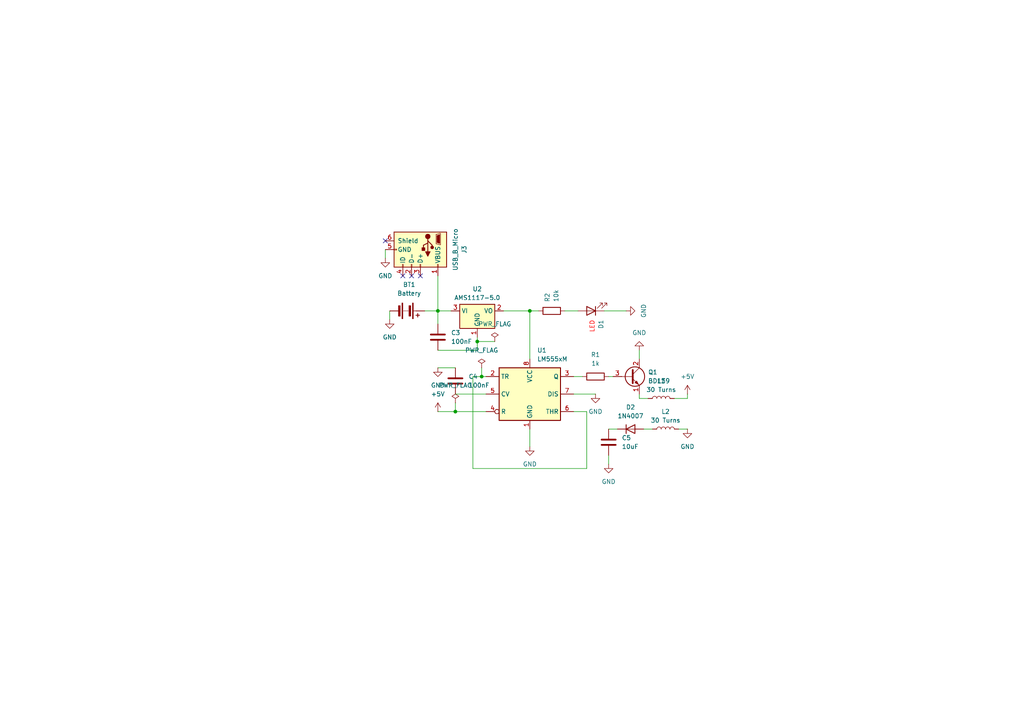
<source format=kicad_sch>
(kicad_sch (version 20250114) (generator "eeschema") (generator_version "9.0")
  (paper "A4")
  (lib_symbols
    (symbol "Connector:USB_B_Micro" (pin_names (offset 1.016))
      (property "Reference" "J" (at -5.08 11.43 0))
      (property "Value" "USB_B_Micro" (at -5.08 8.89 0))
      (symbol "USB_B_Micro_0_1"
        (rectangle (start -5.08 -7.62) (end 5.08 7.62) (stroke (width 0.254)) (fill (type background)))
        (polyline (pts (xy -4.699 5.842) (xy -4.699 5.588) (xy -4.445 4.826) (xy -4.445 4.572) (xy -1.651 4.572) (xy -1.651 4.826) (xy -1.397 5.588) (xy -1.397 5.842) (xy -4.699 5.842)))
        (polyline (pts (xy -4.318 5.588) (xy -1.778 5.588) (xy -2.032 4.826) (xy -4.064 4.826) (xy -4.318 5.588)) (fill (type outline)))
        (circle (center -3.81 2.159) (radius 0.635) (stroke (width 0.254)) (fill (type outline)))
        (polyline (pts (xy -3.175 2.159) (xy -2.54 2.159) (xy -1.27 3.429) (xy -0.635 3.429)) (stroke (width 0.254)))
        (polyline (pts (xy -2.54 2.159) (xy -1.905 2.159) (xy -1.27 0.889) (xy 0 0.889)) (stroke (width 0.254)))
        (polyline (pts (xy -1.905 2.159) (xy 0.635 2.159)) (stroke (width 0.254)))
        (circle (center -0.635 3.429) (radius 0.381) (stroke (width 0.254)) (fill (type outline)))
        (rectangle (start -0.127 -7.62) (end 0.127 -6.858))
        (rectangle (start 0.254 1.27) (end -0.508 0.508) (stroke (width 0.254)) (fill (type outline)))
        (polyline (pts (xy 0.635 2.794) (xy 0.635 1.524) (xy 1.905 2.159) (xy 0.635 2.794)) (stroke (width 0.254)) (fill (type outline)))
        (rectangle (start 5.08 4.953) (end 4.318 5.207))
        (rectangle (start 5.08 -0.127) (end 4.318 0.127))
        (rectangle (start 5.08 -2.667) (end 4.318 -2.413))
        (rectangle (start 5.08 -5.207) (end 4.318 -4.953))
      )
      (symbol "USB_B_Micro_1_1"
        (pin passive line (at -2.54 -10.16 90) (length 2.54) (name "Shield") (number "6"))
        (pin power_out line (at 0 -10.16 90) (length 2.54) (name "GND") (number "5"))
        (pin power_out line (at 7.62 5.08 180) (length 2.54) (name "VBUS") (number "1"))
        (pin bidirectional line (at 7.62 0 180) (length 2.54) (name "D+") (number "3"))
        (pin bidirectional line (at 7.62 -2.54 180) (length 2.54) (name "D-") (number "2"))
        (pin passive line (at 7.62 -5.08 180) (length 2.54) (name "ID") (number "4"))
      )
    )
    (symbol "Device:Battery" (pin_numbers (hide yes)) (pin_names (offset 0) (hide yes))
      (property "Reference" "BT" (at 2.54 2.54 0))
      (property "Value" "Battery" (at 2.54 0 0))
      (symbol "Battery_0_1"
        (rectangle (start -2.286 1.778) (end 2.286 1.524) (fill (type outline)))
        (rectangle (start -2.286 -1.27) (end 2.286 -1.524) (fill (type outline)))
        (rectangle (start -1.524 1.016) (end 1.524 0.508) (fill (type outline)))
        (rectangle (start -1.524 -2.032) (end 1.524 -2.54) (fill (type outline)))
        (polyline (pts (xy 0 1.778) (xy 0 2.54)))
        (polyline (pts (xy 0 0) (xy 0 0.254)))
        (polyline (pts (xy 0 -0.508) (xy 0 -0.254)))
        (polyline (pts (xy 0 -1.016) (xy 0 -0.762)))
        (polyline (pts (xy 0.762 3.048) (xy 1.778 3.048)) (stroke (width 0.254)))
        (polyline (pts (xy 1.27 3.556) (xy 1.27 2.54)) (stroke (width 0.254)))
      )
      (symbol "Battery_1_1"
        (pin passive line (at 0 5.08 270) (length 2.54) (name "+") (number "1"))
        (pin passive line (at 0 -5.08 90) (length 2.54) (name "-") (number "2"))
      )
    )
    (symbol "Device:C" (pin_numbers (hide yes)) (pin_names (offset 0.254))
      (property "Reference" "C" (at 0.635 2.54 0))
      (property "Value" "C" (at 0.635 -2.54 0))
      (symbol "C_0_1"
        (polyline (pts (xy -2.032 0.762) (xy 2.032 0.762)) (stroke (width 0.508)))
        (polyline (pts (xy -2.032 -0.762) (xy 2.032 -0.762)) (stroke (width 0.508)))
      )
      (symbol "C_1_1"
        (pin passive line (at 0 3.81 270) (length 2.794) (name "~") (number "1"))
        (pin passive line (at 0 -3.81 90) (length 2.794) (name "~") (number "2"))
      )
    )
    (symbol "Device:L" (pin_numbers (hide yes)) (pin_names (offset 1.016) (hide yes))
      (property "Reference" "L" (at -1.27 0 90))
      (property "Value" "L" (at 1.905 0 90))
      (symbol "L_0_1"
        (arc (start 0 2.54) (mid 0.6323 1.905) (end 0 1.27))
        (arc (start 0 1.27) (mid 0.6323 0.635) (end 0 0))
        (arc (start 0 0) (mid 0.6323 -0.635) (end 0 -1.27))
        (arc (start 0 -1.27) (mid 0.6323 -1.905) (end 0 -2.54))
      )
      (symbol "L_1_1"
        (pin passive line (at 0 3.81 270) (length 1.27) (name "1") (number "1"))
        (pin passive line (at 0 -3.81 90) (length 1.27) (name "2") (number "2"))
      )
    )
    (symbol "Device:LED" (pin_numbers (hide yes)) (pin_names (offset 1.016) (hide yes))
      (property "Reference" "D" (at 0 2.54 0))
      (property "Value" "LED" (at 0 -2.54 0))
      (symbol "LED_0_1"
        (polyline (pts (xy -3.048 -0.762) (xy -4.572 -2.286) (xy -3.81 -2.286) (xy -4.572 -2.286) (xy -4.572 -1.524)))
        (polyline (pts (xy -1.778 -0.762) (xy -3.302 -2.286) (xy -2.54 -2.286) (xy -3.302 -2.286) (xy -3.302 -1.524)))
        (polyline (pts (xy -1.27 0) (xy 1.27 0)))
        (polyline (pts (xy -1.27 -1.27) (xy -1.27 1.27)) (stroke (width 0.254)))
        (polyline (pts (xy 1.27 -1.27) (xy 1.27 1.27) (xy -1.27 0) (xy 1.27 -1.27)) (stroke (width 0.254)))
      )
      (symbol "LED_1_1"
        (pin passive line (at -3.81 0 0) (length 2.54) (name "K") (number "1"))
        (pin passive line (at 3.81 0 180) (length 2.54) (name "A") (number "2"))
      )
    )
    (symbol "Device:R" (pin_numbers (hide yes)) (pin_names (offset 0))
      (property "Reference" "R" (at 2.032 0 90))
      (property "Value" "R" (at 0 0 90))
      (symbol "R_0_1"
        (rectangle (start -1.016 -2.54) (end 1.016 2.54) (stroke (width 0.254)))
      )
      (symbol "R_1_1"
        (pin passive line (at 0 3.81 270) (length 1.27) (name "~") (number "1"))
        (pin passive line (at 0 -3.81 90) (length 1.27) (name "~") (number "2"))
      )
    )
    (symbol "Diode:1N4007" (pin_numbers (hide yes)) (pin_names (hide yes))
      (property "Reference" "D" (at 0 2.54 0))
      (property "Value" "1N4007" (at 0 -2.54 0))
      (symbol "1N4007_0_1"
        (polyline (pts (xy -1.27 1.27) (xy -1.27 -1.27)) (stroke (width 0.254)))
        (polyline (pts (xy 1.27 1.27) (xy 1.27 -1.27) (xy -1.27 0) (xy 1.27 1.27)) (stroke (width 0.254)))
        (polyline (pts (xy 1.27 0) (xy -1.27 0)))
      )
      (symbol "1N4007_1_1"
        (pin passive line (at -3.81 0 0) (length 2.54) (name "K") (number "1"))
        (pin passive line (at 3.81 0 180) (length 2.54) (name "A") (number "2"))
      )
    )
    (symbol "Regulator_Linear:AMS1117-5.0"
      (property "Reference" "U" (at -3.81 3.175 0))
      (property "Value" "AMS1117-5.0" (at 0 3.175 0))
      (symbol "AMS1117-5.0_0_1"
        (rectangle (start -5.08 -5.08) (end 5.08 1.905) (stroke (width 0.254)) (fill (type background)))
      )
      (symbol "AMS1117-5.0_1_1"
        (pin power_in line (at -7.62 0 0) (length 2.54) (name "VI") (number "3"))
        (pin power_in line (at 0 -7.62 90) (length 2.54) (name "GND") (number "1"))
        (pin power_out line (at 7.62 0 180) (length 2.54) (name "VO") (number "2"))
      )
    )
    (symbol "Timer:LM555xM"
      (property "Reference" "U" (at -10.16 8.89 0))
      (property "Value" "LM555xM" (at 2.54 8.89 0))
      (symbol "LM555xM_0_0"
        (pin power_in line (at 0 10.16 270) (length 2.54) (name "VCC") (number "8"))
        (pin power_in line (at 0 -10.16 90) (length 2.54) (name "GND") (number "1"))
      )
      (symbol "LM555xM_0_1"
        (rectangle (start -8.89 -7.62) (end 8.89 7.62) (stroke (width 0.254)) (fill (type background)))
        (rectangle (start -8.89 -7.62) (end 8.89 7.62) (stroke (width 0.254)) (fill (type background)))
      )
      (symbol "LM555xM_1_1"
        (pin input line (at -12.7 5.08 0) (length 3.81) (name "TR") (number "2"))
        (pin input line (at -12.7 0 0) (length 3.81) (name "CV") (number "5"))
        (pin input inverted (at -12.7 -5.08 0) (length 3.81) (name "R") (number "4"))
        (pin output line (at 12.7 5.08 180) (length 3.81) (name "Q") (number "3"))
        (pin input line (at 12.7 0 180) (length 3.81) (name "DIS") (number "7"))
        (pin input line (at 12.7 -5.08 180) (length 3.81) (name "THR") (number "6"))
      )
    )
    (symbol "Transistor_BJT:BD139" (pin_names (offset 0) (hide yes))
      (property "Reference" "Q" (at 5.08 1.905 0))
      (property "Value" "BD139" (at 5.08 0 0))
      (symbol "BD139_0_1"
        (polyline (pts (xy -2.54 0) (xy 0.635 0)))
        (polyline (pts (xy 0.635 1.905) (xy 0.635 -1.905)) (stroke (width 0.508)))
        (circle (center 1.27 0) (radius 2.8194) (stroke (width 0.254)))
      )
      (symbol "BD139_1_1"
        (polyline (pts (xy 0.635 0.635) (xy 2.54 2.54)))
        (polyline (pts (xy 0.635 -0.635) (xy 2.54 -2.54)))
        (polyline (pts (xy 1.27 -1.778) (xy 1.778 -1.27) (xy 2.286 -2.286) (xy 1.27 -1.778)) (fill (type outline)))
        (pin input line (at -5.08 0 0) (length 2.54) (name "B") (number "3"))
        (pin passive line (at 2.54 5.08 270) (length 2.54) (name "C") (number "2"))
        (pin passive line (at 2.54 -5.08 90) (length 2.54) (name "E") (number "1"))
      )
    )
    (symbol "power:+5V" (power) (pin_numbers (hide yes)) (pin_names (offset 0) (hide yes))
      (property "Value" "+5V" (at 0 3.556 0))
      (symbol "+5V_0_1"
        (polyline (pts (xy -0.762 1.27) (xy 0 2.54)))
        (polyline (pts (xy 0 2.54) (xy 0.762 1.27)))
        (polyline (pts (xy 0 0) (xy 0 2.54)))
      )
      (symbol "+5V_1_1"
        (pin power_in line (at 0 0 90) (length 0) (name "~") (number "1"))
      )
    )
    (symbol "power:GND" (power) (pin_numbers (hide yes)) (pin_names (offset 0) (hide yes))
      (property "Value" "GND" (at 0 -3.81 0))
      (symbol "GND_0_1"
        (polyline (pts (xy 0 0) (xy 0 -1.27) (xy 1.27 -1.27) (xy 0 -2.54) (xy -1.27 -1.27) (xy 0 -1.27)))
      )
      (symbol "GND_1_1"
        (pin power_in line (at 0 0 270) (length 0) (name "~") (number "1"))
      )
    )
    (symbol "power:PWR_FLAG" (power) (pin_numbers (hide yes)) (pin_names (offset 0) (hide yes))
      (property "Value" "PWR_FLAG" (at 0 3.81 0))
      (symbol "PWR_FLAG_0_0"
        (pin power_out line (at 0 0 90) (length 0) (name "~") (number "1"))
      )
      (symbol "PWR_FLAG_0_1"
        (polyline (pts (xy 0 0) (xy 0 1.27) (xy -1.016 1.905) (xy 0 2.54) (xy 1.016 1.905) (xy 0 1.27)))
      )
    )
  )
  (junction (at 132.08 119.38))
  (junction (at 138.43 99.06))
  (junction (at 139.7 109.22))
  (junction (at 127 90.17))
  (junction (at 153.67 90.17))
  (no_connect (at 119.38 80.01))
  (no_connect (at 111.76 69.85))
  (no_connect (at 121.92 80.01))
  (no_connect (at 116.84 80.01))
  (wire (pts (xy 127 119.38) (xy 132.08 119.38)))
  (wire (pts (xy 196.85 124.46) (xy 199.39 124.46)))
  (wire (pts (xy 181.61 90.17) (xy 175.26 90.17)))
  (wire (pts (xy 185.42 115.57) (xy 187.96 115.57)))
  (wire (pts (xy 166.37 109.22) (xy 168.91 109.22)))
  (wire (pts (xy 123.19 90.17) (xy 127 90.17)))
  (wire (pts (xy 127 90.17) (xy 130.81 90.17)))
  (wire (pts (xy 185.42 114.3) (xy 185.42 115.57)))
  (wire (pts (xy 176.53 124.46) (xy 179.07 124.46)))
  (wire (pts (xy 166.37 114.3) (xy 172.72 114.3)))
  (wire (pts (xy 138.43 99.06) (xy 138.43 97.79)))
  (wire (pts (xy 139.7 109.22) (xy 137.16 109.22)))
  (wire (pts (xy 195.58 115.57) (xy 199.39 115.57)))
  (wire (pts (xy 139.7 106.68) (xy 139.7 109.22)))
  (wire (pts (xy 176.53 132.08) (xy 176.53 134.62)))
  (wire (pts (xy 199.39 115.57) (xy 199.39 114.3)))
  (wire (pts (xy 163.83 90.17) (xy 167.64 90.17)))
  (wire (pts (xy 138.43 101.6) (xy 138.43 99.06)))
  (wire (pts (xy 132.08 116.84) (xy 132.08 119.38)))
  (wire (pts (xy 140.97 109.22) (xy 139.7 109.22)))
  (wire (pts (xy 146.05 90.17) (xy 153.67 90.17)))
  (wire (pts (xy 127 80.01) (xy 127 90.17)))
  (wire (pts (xy 111.76 74.93) (xy 111.76 72.39)))
  (wire (pts (xy 137.16 135.89) (xy 170.18 135.89)))
  (wire (pts (xy 132.08 114.3) (xy 140.97 114.3)))
  (wire (pts (xy 127 106.68) (xy 132.08 106.68)))
  (wire (pts (xy 176.53 109.22) (xy 177.8 109.22)))
  (wire (pts (xy 186.69 124.46) (xy 189.23 124.46)))
  (wire (pts (xy 153.67 90.17) (xy 153.67 104.14)))
  (wire (pts (xy 127 101.6) (xy 138.43 101.6)))
  (wire (pts (xy 127 90.17) (xy 127 93.98)))
  (wire (pts (xy 138.43 99.06) (xy 143.51 99.06)))
  (wire (pts (xy 113.03 90.17) (xy 113.03 92.71)))
  (wire (pts (xy 137.16 109.22) (xy 137.16 135.89)))
  (wire (pts (xy 132.08 119.38) (xy 140.97 119.38)))
  (wire (pts (xy 153.67 124.46) (xy 153.67 129.54)))
  (wire (pts (xy 185.42 101.6) (xy 185.42 104.14)))
  (wire (pts (xy 170.18 135.89) (xy 170.18 119.38)))
  (wire (pts (xy 170.18 119.38) (xy 166.37 119.38)))
  (wire (pts (xy 153.67 90.17) (xy 156.21 90.17)))
  (symbol (lib_id "Device:C") (at 176.53 128.27 0) (unit 1)
    (property "Reference" "C5" (at 180.34 126.9999 0) (effects (justify left)))
    (property "Value" "10uF" (at 180.34 129.5399 0) (effects (justify left)))
    (property "Footprint" "Capacitor_SMD:C_Trimmer_Murata_TZW4" (effects (hide yes)))
    (property "Description" "Unpolarized capacitor" (effects (hide yes)))
  )
  (symbol (lib_id "Timer:LM555xM") (at 153.67 114.3 0) (unit 1)
    (property "Reference" "U1" (at 155.8133 101.6 0) (effects (justify left)))
    (property "Value" "LM555xM" (at 155.8133 104.14 0) (effects (justify left)))
    (property "Footprint" "Package_SO:SOIC-8_3.9x4.9mm_P1.27mm" (effects (hide yes)))
    (property "Datasheet" "http://www.ti.com/lit/ds/symlink/lm555.pdf" (effects (hide yes)))
    (property "Description" "Timer, 555 compatible, SOIC-8" (effects (hide yes)))
  )
  (symbol (lib_id "Device:L") (at 193.04 124.46 90) (unit 1)
    (property "Reference" "L2" (at 193.04 119.38 90))
    (property "Value" "30 Turns" (at 193.04 121.92 90))
    (property "Footprint" "XL6009:Wireless_Coil_30Turns" (effects (hide yes)))
    (property "Description" "Inductor" (effects (hide yes)))
  )
  (symbol (lib_id "power:PWR_FLAG") (at 143.51 99.06 0) (unit 1)
    (property "Reference" "#FLG03" (effects (hide yes)))
    (property "Value" "PWR_FLAG" (at 143.51 93.98 0))
    (property "Description" "Special symbol for telling ERC where power comes from" (effects (hide yes)))
  )
  (symbol (lib_id "Device:C") (at 127 97.79 0) (unit 1)
    (property "Reference" "C3" (at 130.81 96.5199 0) (effects (justify left)))
    (property "Value" "100nF" (at 130.81 99.0599 0) (effects (justify left)))
    (property "Footprint" "Capacitor_SMD:C_Trimmer_Murata_TZW4" (effects (hide yes)))
    (property "Description" "Unpolarized capacitor" (effects (hide yes)))
  )
  (symbol (lib_id "power:+5V") (at 199.39 114.3 0) (unit 1)
    (property "Reference" "#PWR07" (effects (hide yes)))
    (property "Value" "+5V" (at 199.39 109.22 0))
    (property "Description" "Power symbol creates a global label with name \"+5V\"" (effects (hide yes)))
  )
  (symbol (lib_id "power:GND") (at 176.53 134.62 0) (unit 1)
    (property "Reference" "#PWR09" (effects (hide yes)))
    (property "Value" "GND" (at 176.53 139.7 0))
    (property "Description" "Power symbol creates a global label with name \"GND\" , ground" (effects (hide yes)))
  )
  (symbol (lib_id "Transistor_BJT:BD139") (at 182.88 109.22 0) (unit 1)
    (property "Reference" "Q1" (at 187.96 107.9499 0) (effects (justify left)))
    (property "Value" "BD139" (at 187.96 110.4899 0) (effects (justify left)))
    (property "Footprint" "Package_TO_SOT_THT:TO-126-3_Vertical" (effects (hide yes)))
    (property "Datasheet" "http://www.st.com/internet/com/TECHNICAL_RESOURCES/TECHNICAL_LITERATURE/DATASHEET/CD00001225.pdf" (effects (hide yes)))
    (property "Description" "1.5A Ic, 80V Vce, Low Voltage Transistor, TO-126" (effects (hide yes)))
  )
  (symbol (lib_id "power:GND") (at 127 106.68 0) (unit 1)
    (property "Reference" "#PWR04" (effects (hide yes)))
    (property "Value" "GND" (at 127 111.76 0))
    (property "Description" "Power symbol creates a global label with name \"GND\" , ground" (effects (hide yes)))
  )
  (symbol (lib_id "power:PWR_FLAG") (at 132.08 116.84 0) (unit 1)
    (property "Reference" "#FLG05" (effects (hide yes)))
    (property "Value" "PWR_FLAG" (at 132.08 111.76 0))
    (property "Description" "Special symbol for telling ERC where power comes from" (effects (hide yes)))
  )
  (symbol (lib_id "power:GND") (at 172.72 114.3 0) (unit 1)
    (property "Reference" "#PWR05" (effects (hide yes)))
    (property "Value" "GND" (at 172.72 119.38 0))
    (property "Description" "Power symbol creates a global label with name \"GND\" , ground" (effects (hide yes)))
  )
  (symbol (lib_id "power:GND") (at 153.67 129.54 0) (unit 1)
    (property "Reference" "#PWR02" (effects (hide yes)))
    (property "Value" "GND" (at 153.67 134.62 0))
    (property "Description" "Power symbol creates a global label with name \"GND\" , ground" (effects (hide yes)))
  )
  (symbol (lib_id "power:GND") (at 199.39 124.46 0) (unit 1)
    (property "Reference" "#PWR08" (effects (hide yes)))
    (property "Value" "GND" (at 199.39 129.54 0))
    (property "Description" "Power symbol creates a global label with name \"GND\" , ground" (effects (hide yes)))
  )
  (symbol (lib_id "power:GND") (at 185.42 101.6 180) (unit 1)
    (property "Reference" "#PWR06" (effects (hide yes)))
    (property "Value" "GND" (at 185.42 96.52 0))
    (property "Description" "Power symbol creates a global label with name \"GND\" , ground" (effects (hide yes)))
  )
  (symbol (lib_id "power:+5V") (at 127 119.38 0) (unit 1)
    (property "Reference" "#PWR03" (effects (hide yes)))
    (property "Value" "+5V" (at 127 114.3 0))
    (property "Description" "Power symbol creates a global label with name \"+5V\"" (effects (hide yes)))
  )
  (symbol (lib_id "Regulator_Linear:AMS1117-5.0") (at 138.43 90.17 0) (unit 1)
    (property "Reference" "U2" (at 138.43 83.82 0))
    (property "Value" "AMS1117-5.0" (at 138.43 86.36 0))
    (property "Footprint" "Package_TO_SOT_SMD:SOT-223-3_TabPin2" (effects (hide yes)))
    (property "Datasheet" "http://www.advanced-monolithic.com/pdf/ds1117.pdf" (effects (hide yes)))
    (property "Description" "1A Low Dropout regulator, positive, 5.0V fixed output, SOT-223" (effects (hide yes)))
  )
  (symbol (lib_id "Diode:1N4007") (at 182.88 124.46 0) (unit 1)
    (property "Reference" "D2" (at 182.88 118.11 0))
    (property "Value" "1N4007" (at 182.88 120.65 0))
    (property "Footprint" "Diode_THT:D_DO-41_SOD81_P10.16mm_Horizontal" (effects (hide yes)))
    (property "Datasheet" "http://www.vishay.com/docs/88503/1n4001.pdf" (effects (hide yes)))
    (property "Description" "1000V 1A General Purpose Rectifier Diode, DO-41" (effects (hide yes)))
    (property "Sim.Device" "D" (effects (hide yes)))
    (property "Sim.Pins" "1=K 2=A" (effects (hide yes)))
  )
  (symbol (lib_id "power:GND") (at 111.76 74.93 0) (unit 1)
    (property "Reference" "#PWR011" (effects (hide yes)))
    (property "Value" "GND" (at 111.76 80.01 0))
    (property "Description" "Power symbol creates a global label with name \"GND\" , ground" (effects (hide yes)))
  )
  (symbol (lib_id "Device:Battery") (at 118.11 90.17 270) (unit 1)
    (property "Reference" "BT1" (at 118.6815 82.55 90))
    (property "Value" "Battery" (at 118.6815 85.09 90))
    (property "Footprint" "Battery:BatteryHolder_Keystone_500" (effects (hide yes)))
    (property "Description" "Multiple-cell battery" (effects (hide yes)))
  )
  (symbol (lib_id "Device:R") (at 160.02 90.17 90) (unit 1)
    (property "Reference" "R2" (at 158.7499 87.63 0) (effects (justify left)))
    (property "Value" "10k" (at 161.2899 87.63 0) (effects (justify left)))
    (property "Footprint" "Resistor_SMD:R_2512_6332Metric" (effects (hide yes)))
    (property "Description" "Resistor" (effects (hide yes)))
  )
  (symbol (lib_id "power:PWR_FLAG") (at 139.7 106.68 0) (unit 1)
    (property "Reference" "#FLG04" (effects (hide yes)))
    (property "Value" "PWR_FLAG" (at 139.7 101.6 0))
    (property "Description" "Special symbol for telling ERC where power comes from" (effects (hide yes)))
  )
  (symbol (lib_id "Device:C") (at 132.08 110.49 0) (unit 1)
    (property "Reference" "C4" (at 135.89 109.2199 0) (effects (justify left)))
    (property "Value" "100nF" (at 135.89 111.7599 0) (effects (justify left)))
    (property "Footprint" "Capacitor_SMD:C_Trimmer_Murata_TZW4" (effects (hide yes)))
    (property "Description" "Unpolarized capacitor" (effects (hide yes)))
  )
  (symbol (lib_id "Device:LED") (at 171.45 90.17 180) (unit 1)
    (property "Reference" "D1" (at 174.3076 92.71 90) (effects (justify left)))
    (property "Value" "LED" (at 171.7676 92.71 90) (effects (justify left)))
    (property "Footprint" "LED_THT:LED_D3.0mm_Horizontal_O1.27mm_Z2.0mm_Clear" (effects (hide yes)))
    (property "Description" "Light emitting diode" (effects (hide yes)))
    (property "Sim.Pins" "1=K 2=A" (effects (hide yes)))
  )
  (symbol (lib_id "power:GND") (at 181.61 90.17 90) (unit 1)
    (property "Reference" "#PWR010" (effects (hide yes)))
    (property "Value" "GND" (at 186.69 90.17 0))
    (property "Description" "Power symbol creates a global label with name \"GND\" , ground" (effects (hide yes)))
  )
  (symbol (lib_id "Device:R") (at 172.72 109.22 270) (unit 1)
    (property "Reference" "R1" (at 172.72 102.87 90))
    (property "Value" "1k" (at 172.72 105.41 90))
    (property "Footprint" "Resistor_SMD:R_2512_6332Metric" (effects (hide yes)))
    (property "Description" "Resistor" (effects (hide yes)))
  )
  (symbol (lib_id "Device:L") (at 191.77 115.57 90) (unit 1)
    (property "Reference" "L1" (at 191.77 110.49 90))
    (property "Value" "30 Turns" (at 191.77 113.03 90))
    (property "Footprint" "XL6009:Wireless_Coil_30Turns" (effects (hide yes)))
    (property "Description" "Inductor" (effects (hide yes)))
  )
  (symbol (lib_id "power:GND") (at 113.03 92.71 0) (unit 1)
    (property "Reference" "#PWR01" (effects (hide yes)))
    (property "Value" "GND" (at 113.03 97.79 0))
    (property "Description" "Power symbol creates a global label with name \"GND\" , ground" (effects (hide yes)))
  )
  (symbol (lib_id "Connector:USB_B_Micro") (at 121.92 72.39 270) (unit 1)
    (property "Reference" "J3" (at 134.62 72.39 0))
    (property "Value" "USB_B_Micro" (at 132.08 72.39 0))
    (property "Footprint" "Connector_USB:USB_Micro-B_Molex-105133-0031" (effects (hide yes)))
    (property "Description" "USB Micro Type B connector" (effects (hide yes)))
  )
)
</source>
